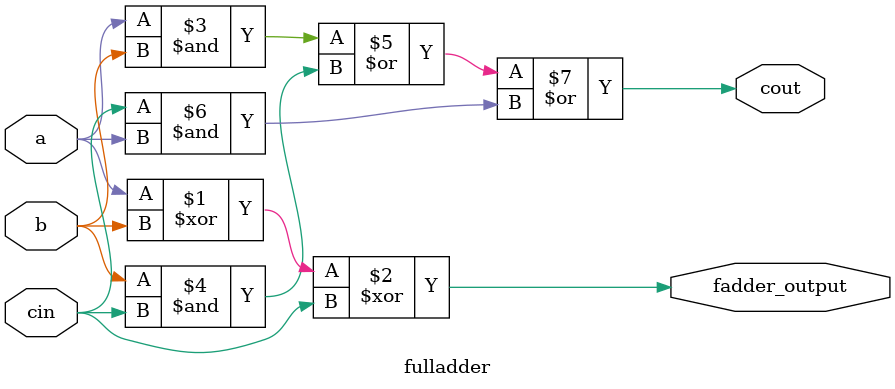
<source format=sv>
`timescale 1ns / 1ps


module fulladder(input logic a, b, cin, output logic fadder_output, cout);
 
     assign fadder_output = a^b^cin;
     assign cout = a&b | b&cin | cin&a; 
     
endmodule

</source>
